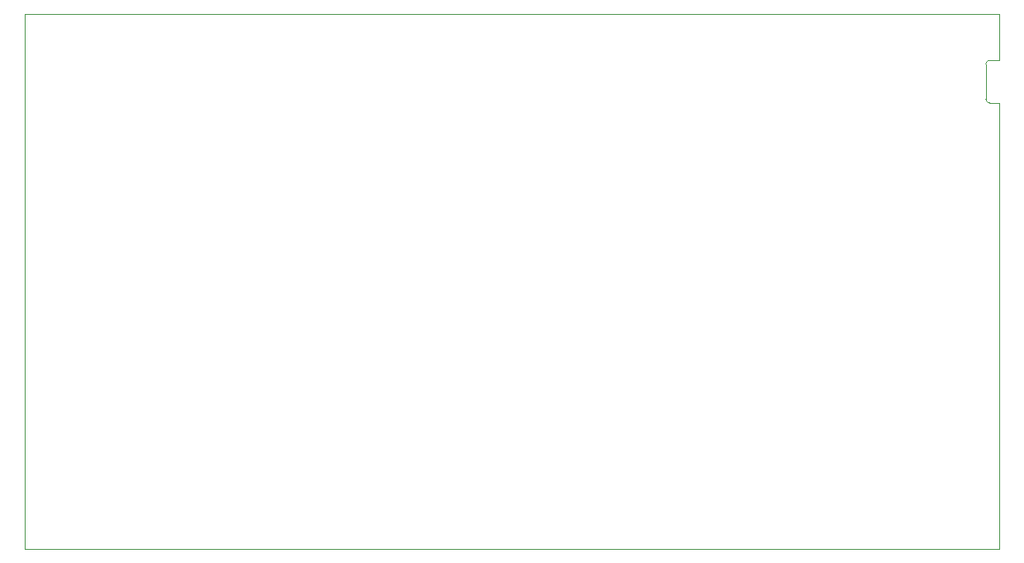
<source format=gbr>
%TF.GenerationSoftware,KiCad,Pcbnew,(6.0.5)*%
%TF.CreationDate,2022-11-11T16:19:05+00:00*%
%TF.ProjectId,NanoMozziExperimentShield,4e616e6f-4d6f-47a7-9a69-457870657269,rev?*%
%TF.SameCoordinates,Original*%
%TF.FileFunction,Profile,NP*%
%FSLAX46Y46*%
G04 Gerber Fmt 4.6, Leading zero omitted, Abs format (unit mm)*
G04 Created by KiCad (PCBNEW (6.0.5)) date 2022-11-11 16:19:05*
%MOMM*%
%LPD*%
G01*
G04 APERTURE LIST*
%TA.AperFunction,Profile*%
%ADD10C,0.100000*%
%TD*%
%TA.AperFunction,Profile*%
%ADD11C,0.120000*%
%TD*%
G04 APERTURE END LIST*
D10*
X150000000Y-105000000D02*
X150000000Y-63480000D01*
X50000000Y-105000000D02*
X150000000Y-105000000D01*
X150000000Y-50480000D02*
X150000000Y-50000000D01*
X50000000Y-50000000D02*
X50000000Y-105000000D01*
X150000000Y-50000000D02*
X50000000Y-50000000D01*
D11*
%TO.C,J5*%
X150000000Y-54780000D02*
X150000000Y-50480000D01*
X150000000Y-59180000D02*
X150000000Y-63480000D01*
X149000000Y-59180000D02*
X150000000Y-59180000D01*
X148600000Y-55180000D02*
X148600000Y-58780000D01*
X149000000Y-54780000D02*
X150000000Y-54780000D01*
X148600000Y-58780000D02*
G75*
G03*
X149000000Y-59180000I400002J2D01*
G01*
X149000000Y-54780000D02*
G75*
G03*
X148600000Y-55180000I0J-400000D01*
G01*
%TD*%
M02*

</source>
